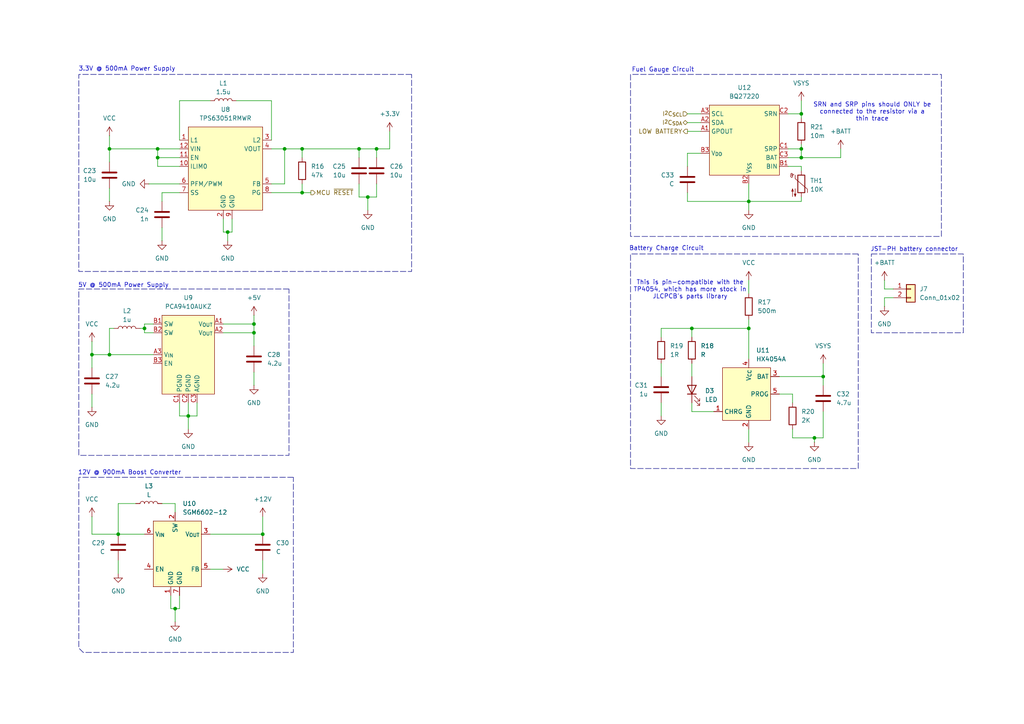
<source format=kicad_sch>
(kicad_sch (version 20250114) (generator "eeschema") (generator_version "9.0")
  (paper "A4")
  (title_block (title "Banshee Power Delivery System") (date "2026-02-26") (rev "1") (company "Ivan Leonard O Aparte <ivanleonard.aparte@cit.edu>") (comment 1 "STEM 12 - Altruism | S.Y. 2025-2026"))
  (lib_symbols
    (symbol "Banshee:HX4054A"
      (property "Reference" "U" (at 0 -12.954 0))
      (property "Value" "HX4054A" (at 0 -15.24 0))
      (symbol "HX4054A_1_1"
        (rectangle (start -7.62 7.62) (end 6.35 -7.62) (fill (type background)))
        (pin output line (at -10.16 -5.08 0) (length 2.54) (name "CHRG") (number "1"))
        (pin power_in line (at 0 10.16 270) (length 2.54) (name "V_{CC}") (number "4"))
        (pin power_out line (at 0 -10.16 90) (length 2.54) (name "GND") (number "2"))
        (pin power_out line (at 8.89 5.08 180) (length 2.54) (name "BAT") (number "3"))
        (pin input line (at 8.89 0 180) (length 2.54) (name "PROG") (number "5"))
      )
    )
    (symbol "Banshee:PCA9410AUKZ"
      (property "Reference" "U" (at 0 13.462 0))
      (property "Value" "PCA9410AUKZ" (at 0 11.43 0))
      (symbol "PCA9410AUKZ_1_1"
        (rectangle (start -7.62 10.16) (end 7.62 -12.7) (fill (type background)))
        (pin power_out line (at -10.16 7.62 0) (length 2.54) (name "SW") (number "B1"))
        (pin power_out line (at -10.16 5.08 0) (length 2.54) (name "SW") (number "B2"))
        (pin power_in line (at -10.16 -1.27 0) (length 2.54) (name "V_{IN}") (number "A3"))
        (pin input line (at -10.16 -3.81 0) (length 2.54) (name "EN") (number "B3"))
        (pin power_out line (at -2.54 -15.24 90) (length 2.54) (name "PGND") (number "C1"))
        (pin power_out line (at 0 -15.24 90) (length 2.54) (name "PGND") (number "C2"))
        (pin power_out line (at 2.54 -15.24 90) (length 2.54) (name "AGND") (number "C3"))
        (pin power_out line (at 10.16 7.62 180) (length 2.54) (name "V_{OUT}") (number "A1"))
        (pin power_out line (at 10.16 5.08 180) (length 2.54) (name "V_{OUT}") (number "A2"))
      )
    )
    (symbol "Banshee:SGM6602"
      (property "Reference" "U" (at 11.43 -10.16 0))
      (property "Value" "SGM6602-12" (at 11.43 -11.938 0))
      (symbol "SGM6602_1_1"
        (rectangle (start -6.35 8.89) (end 7.62 -10.16) (fill (type background)))
        (pin power_in line (at -8.89 5.08 0) (length 2.54) (name "V_{IN}") (number "6"))
        (pin input line (at -8.89 -5.08 0) (length 2.54) (name "EN") (number "4"))
        (pin power_out line (at -1.27 -12.7 90) (length 2.54) (name "GND") (number "1"))
        (pin power_out line (at 0 11.43 270) (length 2.54) (name "SW") (number "2"))
        (pin power_out line (at 1.27 -12.7 90) (length 2.54) (name "GND") (number "7"))
        (pin power_out line (at 10.16 5.08 180) (length 2.54) (name "V_{OUT}") (number "3"))
        (pin power_in line (at 10.16 -5.08 180) (length 2.54) (name "FB") (number "5"))
      )
    )
    (symbol "Banshee:TPS63051RMWR"
      (property "Reference" "U" (at 0 16.51 0))
      (property "Value" "TPS63051RMWR" (at 0 14.224 0))
      (symbol "TPS63051RMWR_1_1"
        (rectangle (start -11.43 12.7) (end 10.16 -11.43) (fill (type background)))
        (pin input line (at -13.97 8.89 0) (length 2.54) (name "L1") (number "1"))
        (pin power_in line (at -13.97 6.35 0) (length 2.54) (name "VIN") (number "12"))
        (pin input line (at -13.97 3.81 0) (length 2.54) (name "EN") (number "11"))
        (pin input line (at -13.97 1.27 0) (length 2.54) (name "ILIM0") (number "10"))
        (pin input line (at -13.97 -3.81 0) (length 2.54) (name "PFM/PWM") (number "6"))
        (pin input line (at -13.97 -6.35 0) (length 2.54) (name "SS") (number "7"))
        (pin power_out line (at -1.27 -13.97 90) (length 2.54) (name "GND") (number "2"))
        (pin power_out line (at 1.27 -13.97 90) (length 2.54) (name "GND") (number "9"))
        (pin input line (at 12.7 8.89 180) (length 2.54) (name "L2") (number "3"))
        (pin power_out line (at 12.7 6.35 180) (length 2.54) (name "VOUT") (number "4"))
        (pin input line (at 12.7 -3.81 180) (length 2.54) (name "FB") (number "5"))
        (pin open_collector line (at 12.7 -6.35 180) (length 2.54) (name "PG") (number "8"))
      )
    )
    (symbol "Banshee:bq27220"
      (property "Reference" "U" (at -7.62 -13.208 0))
      (property "Value" "BQ27220" (at -7.62 -15.24 0))
      (symbol "bq27220_1_1"
        (rectangle (start -11.43 8.89) (end 8.89 -11.43) (fill (type background)))
        (pin input line (at -13.97 6.35 0) (length 2.54) (name "SCL") (number "A3"))
        (pin bidirectional line (at -13.97 3.81 0) (length 2.54) (name "SDA") (number "A2"))
        (pin output line (at -13.97 1.27 0) (length 2.54) (name "GPOUT") (number "A1"))
        (pin power_in line (at -13.97 -5.08 0) (length 2.54) (name "V_{DD}") (number "B3"))
        (pin power_in line (at 0 -13.97 90) (length 2.54) (name "V_{SS}") (number "B2"))
        (pin input line (at 11.43 6.35 180) (length 2.54) (name "SRN") (number "C2"))
        (pin input line (at 11.43 -3.81 180) (length 2.54) (name "SRP") (number "C1"))
        (pin power_in line (at 11.43 -6.35 180) (length 2.54) (name "BAT") (number "C3"))
        (pin input line (at 11.43 -8.89 180) (length 2.54) (name "BIN") (number "B1"))
      )
    )
    (symbol "Connector_Generic:Conn_01x02" (pin_names (offset 1.016) (hide yes))
      (property "Reference" "J" (at 0 2.54 0))
      (property "Value" "Conn_01x02" (at 0 -5.08 0))
      (symbol "Conn_01x02_1_1"
        (rectangle (start -1.27 1.27) (end 1.27 -3.81) (stroke (width 0.254)) (fill (type background)))
        (rectangle (start -1.27 0.127) (end 0 -0.127) (stroke (width 0.1524)))
        (rectangle (start -1.27 -2.413) (end 0 -2.667) (stroke (width 0.1524)))
        (pin passive line (at -5.08 0 0) (length 3.81) (name "Pin_1") (number "1"))
        (pin passive line (at -5.08 -2.54 0) (length 3.81) (name "Pin_2") (number "2"))
      )
    )
    (symbol "Device:C" (pin_numbers (hide yes)) (pin_names (offset 0.254))
      (property "Reference" "C" (at 0.635 2.54 0))
      (property "Value" "C" (at 0.635 -2.54 0))
      (symbol "C_0_1"
        (polyline (pts (xy -2.032 0.762) (xy 2.032 0.762)) (stroke (width 0.508)))
        (polyline (pts (xy -2.032 -0.762) (xy 2.032 -0.762)) (stroke (width 0.508)))
      )
      (symbol "C_1_1"
        (pin passive line (at 0 3.81 270) (length 2.794) (name "~") (number "1"))
        (pin passive line (at 0 -3.81 90) (length 2.794) (name "~") (number "2"))
      )
    )
    (symbol "Device:L" (pin_numbers (hide yes)) (pin_names (offset 1.016) (hide yes))
      (property "Reference" "L" (at -1.27 0 90))
      (property "Value" "L" (at 1.905 0 90))
      (symbol "L_0_1"
        (arc (start 0 2.54) (mid 0.6323 1.905) (end 0 1.27))
        (arc (start 0 1.27) (mid 0.6323 0.635) (end 0 0))
        (arc (start 0 0) (mid 0.6323 -0.635) (end 0 -1.27))
        (arc (start 0 -1.27) (mid 0.6323 -1.905) (end 0 -2.54))
      )
      (symbol "L_1_1"
        (pin passive line (at 0 3.81 270) (length 1.27) (name "1") (number "1"))
        (pin passive line (at 0 -3.81 90) (length 1.27) (name "2") (number "2"))
      )
    )
    (symbol "Device:LED" (pin_numbers (hide yes)) (pin_names (offset 1.016) (hide yes))
      (property "Reference" "D" (at 0 2.54 0))
      (property "Value" "LED" (at 0 -2.54 0))
      (symbol "LED_0_1"
        (polyline (pts (xy -3.048 -0.762) (xy -4.572 -2.286) (xy -3.81 -2.286) (xy -4.572 -2.286) (xy -4.572 -1.524)))
        (polyline (pts (xy -1.778 -0.762) (xy -3.302 -2.286) (xy -2.54 -2.286) (xy -3.302 -2.286) (xy -3.302 -1.524)))
        (polyline (pts (xy -1.27 0) (xy 1.27 0)))
        (polyline (pts (xy -1.27 -1.27) (xy -1.27 1.27)) (stroke (width 0.254)))
        (polyline (pts (xy 1.27 -1.27) (xy 1.27 1.27) (xy -1.27 0) (xy 1.27 -1.27)) (stroke (width 0.254)))
      )
      (symbol "LED_1_1"
        (pin passive line (at -3.81 0 0) (length 2.54) (name "K") (number "1"))
        (pin passive line (at 3.81 0 180) (length 2.54) (name "A") (number "2"))
      )
    )
    (symbol "Device:R" (pin_numbers (hide yes)) (pin_names (offset 0))
      (property "Reference" "R" (at 2.032 0 90))
      (property "Value" "R" (at 0 0 90))
      (symbol "R_0_1"
        (rectangle (start -1.016 -2.54) (end 1.016 2.54) (stroke (width 0.254)))
      )
      (symbol "R_1_1"
        (pin passive line (at 0 3.81 270) (length 1.27) (name "~") (number "1"))
        (pin passive line (at 0 -3.81 90) (length 1.27) (name "~") (number "2"))
      )
    )
    (symbol "Device:Thermistor_NTC" (pin_numbers (hide yes)) (pin_names (offset 0))
      (property "Reference" "TH" (at -4.445 0 90))
      (property "Value" "Thermistor_NTC" (at 3.175 0 90))
      (symbol "Thermistor_NTC_0_1"
        (arc (start -3.175 2.413) (mid -3.0506 2.3165) (end -3.048 2.159))
        (arc (start -3.048 2.794) (mid -2.9736 2.9736) (end -2.794 3.048))
        (arc (start -2.794 3.048) (mid -2.6144 2.9736) (end -2.54 2.794))
        (arc (start -2.794 2.54) (mid -2.9736 2.6144) (end -3.048 2.794))
        (arc (start -2.794 1.905) (mid -2.9736 1.9794) (end -3.048 2.159))
        (arc (start -2.54 2.159) (mid -2.6144 1.9794) (end -2.794 1.905))
        (arc (start -2.159 2.794) (mid -2.434 2.5608) (end -2.794 2.54))
        (polyline (pts (xy -2.54 2.159) (xy -2.54 2.794)))
        (polyline (pts (xy -2.54 -3.683) (xy -2.54 -1.397) (xy -2.794 -2.159) (xy -2.286 -2.159) (xy -2.54 -1.397) (xy -2.54 -1.651)) (fill (type outline)))
        (polyline (pts (xy -1.778 2.54) (xy -1.778 1.524) (xy 1.778 -1.524) (xy 1.778 -2.54)))
        (polyline (pts (xy -1.778 -1.397) (xy -1.778 -3.683) (xy -2.032 -2.921) (xy -1.524 -2.921) (xy -1.778 -3.683) (xy -1.778 -3.429)) (fill (type outline)))
        (rectangle (start -1.016 2.54) (end 1.016 -2.54) (stroke (width 0.254)))
      )
      (symbol "Thermistor_NTC_1_1"
        (pin passive line (at 0 3.81 270) (length 1.27) (name "~") (number "1"))
        (pin passive line (at 0 -3.81 90) (length 1.27) (name "~") (number "2"))
      )
    )
    (symbol "power:+12V" (power) (pin_numbers (hide yes)) (pin_names (offset 0) (hide yes))
      (property "Value" "+12V" (at 0 3.556 0))
      (symbol "+12V_0_1"
        (polyline (pts (xy -0.762 1.27) (xy 0 2.54)))
        (polyline (pts (xy 0 2.54) (xy 0.762 1.27)))
        (polyline (pts (xy 0 0) (xy 0 2.54)))
      )
      (symbol "+12V_1_1"
        (pin power_in line (at 0 0 90) (length 0) (name "~") (number "1"))
      )
    )
    (symbol "power:+3.3V" (power) (pin_numbers (hide yes)) (pin_names (offset 0) (hide yes))
      (property "Value" "+3.3V" (at 0 3.556 0))
      (symbol "+3.3V_0_1"
        (polyline (pts (xy -0.762 1.27) (xy 0 2.54)))
        (polyline (pts (xy 0 2.54) (xy 0.762 1.27)))
        (polyline (pts (xy 0 0) (xy 0 2.54)))
      )
      (symbol "+3.3V_1_1"
        (pin power_in line (at 0 0 90) (length 0) (name "~") (number "1"))
      )
    )
    (symbol "power:+5V" (power) (pin_numbers (hide yes)) (pin_names (offset 0) (hide yes))
      (property "Value" "+5V" (at 0 3.556 0))
      (symbol "+5V_0_1"
        (polyline (pts (xy -0.762 1.27) (xy 0 2.54)))
        (polyline (pts (xy 0 2.54) (xy 0.762 1.27)))
        (polyline (pts (xy 0 0) (xy 0 2.54)))
      )
      (symbol "+5V_1_1"
        (pin power_in line (at 0 0 90) (length 0) (name "~") (number "1"))
      )
    )
    (symbol "power:+BATT" (power) (pin_numbers (hide yes)) (pin_names (offset 0) (hide yes))
      (property "Value" "+BATT" (at 0 3.556 0))
      (symbol "+BATT_0_1"
        (polyline (pts (xy -0.762 1.27) (xy 0 2.54)))
        (polyline (pts (xy 0 2.54) (xy 0.762 1.27)))
        (polyline (pts (xy 0 0) (xy 0 2.54)))
      )
      (symbol "+BATT_1_1"
        (pin power_in line (at 0 0 90) (length 0) (name "~") (number "1"))
      )
    )
    (symbol "power:GND" (power) (pin_numbers (hide yes)) (pin_names (offset 0) (hide yes))
      (property "Value" "GND" (at 0 -3.81 0))
      (symbol "GND_0_1"
        (polyline (pts (xy 0 0) (xy 0 -1.27) (xy 1.27 -1.27) (xy 0 -2.54) (xy -1.27 -1.27) (xy 0 -1.27)))
      )
      (symbol "GND_1_1"
        (pin power_in line (at 0 0 270) (length 0) (name "~") (number "1"))
      )
    )
    (symbol "power:VCC" (power) (pin_numbers (hide yes)) (pin_names (offset 0) (hide yes))
      (property "Value" "VCC" (at 0 3.556 0))
      (symbol "VCC_0_1"
        (polyline (pts (xy -0.762 1.27) (xy 0 2.54)))
        (polyline (pts (xy 0 2.54) (xy 0.762 1.27)))
        (polyline (pts (xy 0 0) (xy 0 2.54)))
      )
      (symbol "VCC_1_1"
        (pin power_in line (at 0 0 90) (length 0) (name "~") (number "1"))
      )
    )
  )
  (text "SRN and SRP pins should ONLY be\nconnected to the resistor via a\nthin trace" (at 252.984 32.512 0) (effects (font (size 1.27 1.27))))
  (text "12V @ 900mA Boost Converter" (at 37.592 137.16 0) (effects (font (size 1.27 1.27))))
  (text "Fuel Gauge Circuit" (at 192.278 20.32 0) (effects (font (size 1.27 1.27))))
  (text "5V @ 500mA Power Supply" (at 35.814 82.804 0) (effects (font (size 1.27 1.27))))
  (text "Battery Charge Circuit" (at 193.294 72.136 0) (effects (font (size 1.27 1.27))))
  (text "3.3V @ 500mA Power Supply" (at 36.83 20.066 0) (effects (font (size 1.27 1.27))))
  (text "This is pin-compatible with the\nTP4054, which has more stock in\nJLCPCB's parts library" (at 200.152 84.074 0) (effects (font (size 1.27 1.27))))
  (text "JST-PH battery connector" (at 265.176 72.39 0) (effects (font (size 1.27 1.27))))
  (junction (at 54.61 120.65))
  (junction (at 73.66 93.98))
  (junction (at 238.76 109.22))
  (junction (at 109.22 43.18))
  (junction (at 82.55 43.18))
  (junction (at 217.17 58.42))
  (junction (at 232.41 33.02))
  (junction (at 106.68 57.15))
  (junction (at 104.14 43.18))
  (junction (at 66.04 67.31))
  (junction (at 236.22 127))
  (junction (at 87.63 43.18))
  (junction (at 34.29 154.94))
  (junction (at 50.8 176.53))
  (junction (at 26.67 102.87))
  (junction (at 87.63 55.88))
  (junction (at 31.75 43.18))
  (junction (at 232.41 45.72))
  (junction (at 217.17 95.25))
  (junction (at 31.75 102.87))
  (junction (at 76.2 154.94))
  (junction (at 45.72 45.72))
  (junction (at 232.41 43.18))
  (junction (at 41.91 95.25))
  (junction (at 200.66 95.25))
  (junction (at 45.72 43.18))
  (junction (at 73.66 96.52))
  (wire (pts (xy 82.55 43.18) (xy 87.63 43.18)))
  (wire (pts (xy 82.55 53.34) (xy 82.55 43.18)))
  (wire (pts (xy 228.6 43.18) (xy 232.41 43.18)))
  (wire (pts (xy 52.07 45.72) (xy 45.72 45.72)))
  (wire (pts (xy 238.76 127) (xy 236.22 127)))
  (wire (pts (xy 203.2 44.45) (xy 199.39 44.45)))
  (wire (pts (xy 52.07 55.88) (xy 46.99 55.88)))
  (wire (pts (xy 229.87 127) (xy 236.22 127)))
  (wire (pts (xy 199.39 44.45) (xy 199.39 48.26)))
  (wire (pts (xy 256.54 83.82) (xy 259.08 83.82)))
  (wire (pts (xy 34.29 162.56) (xy 34.29 166.37)))
  (wire (pts (xy 200.66 105.41) (xy 200.66 109.22)))
  (wire (pts (xy 26.67 154.94) (xy 34.29 154.94)))
  (wire (pts (xy 34.29 146.05) (xy 34.29 154.94)))
  (wire (pts (xy 226.06 114.3) (xy 229.87 114.3)))
  (wire (pts (xy 68.58 29.21) (xy 78.74 29.21)))
  (wire (pts (xy 41.91 95.25) (xy 41.91 96.52)))
  (wire (pts (xy 46.99 66.04) (xy 46.99 69.85)))
  (wire (pts (xy 256.54 81.28) (xy 256.54 83.82)))
  (wire (pts (xy 64.77 93.98) (xy 73.66 93.98)))
  (wire (pts (xy 232.41 41.91) (xy 232.41 43.18)))
  (wire (pts (xy 191.77 105.41) (xy 191.77 109.22)))
  (wire (pts (xy 200.66 116.84) (xy 200.66 119.38)))
  (wire (pts (xy 106.68 60.96) (xy 106.68 57.15)))
  (wire (pts (xy 232.41 43.18) (xy 232.41 45.72)))
  (wire (pts (xy 229.87 124.46) (xy 229.87 127)))
  (wire (pts (xy 73.66 96.52) (xy 73.66 100.33)))
  (wire (pts (xy 64.77 67.31) (xy 66.04 67.31)))
  (wire (pts (xy 73.66 93.98) (xy 73.66 96.52)))
  (wire (pts (xy 200.66 95.25) (xy 200.66 97.79)))
  (wire (pts (xy 109.22 43.18) (xy 109.22 45.72)))
  (wire (pts (xy 46.99 55.88) (xy 46.99 58.42)))
  (wire (pts (xy 76.2 162.56) (xy 76.2 166.37)))
  (wire (pts (xy 49.53 176.53) (xy 50.8 176.53)))
  (wire (pts (xy 66.04 67.31) (xy 67.31 67.31)))
  (wire (pts (xy 43.18 53.34) (xy 52.07 53.34)))
  (wire (pts (xy 191.77 95.25) (xy 200.66 95.25)))
  (wire (pts (xy 104.14 45.72) (xy 104.14 43.18)))
  (wire (pts (xy 232.41 57.15) (xy 232.41 58.42)))
  (wire (pts (xy 52.07 116.84) (xy 52.07 120.65)))
  (wire (pts (xy 232.41 29.21) (xy 232.41 33.02)))
  (wire (pts (xy 78.74 43.18) (xy 82.55 43.18)))
  (wire (pts (xy 78.74 29.21) (xy 78.74 40.64)))
  (wire (pts (xy 31.75 39.37) (xy 31.75 43.18)))
  (wire (pts (xy 26.67 99.06) (xy 26.67 102.87)))
  (wire (pts (xy 45.72 43.18) (xy 52.07 43.18)))
  (wire (pts (xy 26.67 149.86) (xy 26.67 154.94)))
  (wire (pts (xy 45.72 45.72) (xy 45.72 43.18)))
  (wire (pts (xy 199.39 58.42) (xy 217.17 58.42)))
  (wire (pts (xy 67.31 67.31) (xy 67.31 63.5)))
  (wire (pts (xy 73.66 91.44) (xy 73.66 93.98)))
  (wire (pts (xy 217.17 58.42) (xy 217.17 60.96)))
  (wire (pts (xy 199.39 55.88) (xy 199.39 58.42)))
  (wire (pts (xy 26.67 102.87) (xy 31.75 102.87)))
  (wire (pts (xy 52.07 176.53) (xy 52.07 172.72)))
  (wire (pts (xy 87.63 43.18) (xy 104.14 43.18)))
  (wire (pts (xy 191.77 116.84) (xy 191.77 120.65)))
  (wire (pts (xy 33.02 95.25) (xy 31.75 95.25)))
  (wire (pts (xy 76.2 154.94) (xy 76.2 149.86)))
  (wire (pts (xy 232.41 33.02) (xy 232.41 34.29)))
  (wire (pts (xy 73.66 107.95) (xy 73.66 111.76)))
  (wire (pts (xy 217.17 92.71) (xy 217.17 95.25)))
  (wire (pts (xy 52.07 120.65) (xy 54.61 120.65)))
  (wire (pts (xy 200.66 119.38) (xy 207.01 119.38)))
  (wire (pts (xy 191.77 97.79) (xy 191.77 95.25)))
  (wire (pts (xy 238.76 105.41) (xy 238.76 109.22)))
  (wire (pts (xy 50.8 146.05) (xy 46.99 146.05)))
  (wire (pts (xy 109.22 43.18) (xy 113.03 43.18)))
  (wire (pts (xy 26.67 114.3) (xy 26.67 118.11)))
  (wire (pts (xy 87.63 43.18) (xy 87.63 45.72)))
  (wire (pts (xy 232.41 45.72) (xy 228.6 45.72)))
  (wire (pts (xy 64.77 63.5) (xy 64.77 67.31)))
  (wire (pts (xy 238.76 119.38) (xy 238.76 127)))
  (wire (pts (xy 87.63 53.34) (xy 87.63 55.88)))
  (wire (pts (xy 54.61 120.65) (xy 57.15 120.65)))
  (wire (pts (xy 40.64 95.25) (xy 41.91 95.25)))
  (wire (pts (xy 73.66 96.52) (xy 64.77 96.52)))
  (wire (pts (xy 232.41 45.72) (xy 243.84 45.72)))
  (wire (pts (xy 87.63 55.88) (xy 90.17 55.88)))
  (wire (pts (xy 39.37 146.05) (xy 34.29 146.05)))
  (wire (pts (xy 66.04 69.85) (xy 66.04 67.31)))
  (wire (pts (xy 232.41 48.26) (xy 232.41 49.53)))
  (wire (pts (xy 217.17 124.46) (xy 217.17 128.27)))
  (wire (pts (xy 259.08 86.36) (xy 256.54 86.36)))
  (wire (pts (xy 104.14 57.15) (xy 106.68 57.15)))
  (wire (pts (xy 45.72 48.26) (xy 45.72 45.72)))
  (wire (pts (xy 200.66 95.25) (xy 217.17 95.25)))
  (wire (pts (xy 228.6 48.26) (xy 232.41 48.26)))
  (wire (pts (xy 199.39 38.1) (xy 203.2 38.1)))
  (wire (pts (xy 52.07 40.64) (xy 52.07 29.21)))
  (wire (pts (xy 49.53 172.72) (xy 49.53 176.53)))
  (wire (pts (xy 44.45 93.98) (xy 41.91 93.98)))
  (wire (pts (xy 217.17 81.28) (xy 217.17 85.09)))
  (wire (pts (xy 52.07 29.21) (xy 60.96 29.21)))
  (wire (pts (xy 217.17 95.25) (xy 217.17 104.14)))
  (wire (pts (xy 104.14 53.34) (xy 104.14 57.15)))
  (wire (pts (xy 54.61 116.84) (xy 54.61 120.65)))
  (wire (pts (xy 113.03 43.18) (xy 113.03 38.1)))
  (wire (pts (xy 31.75 95.25) (xy 31.75 102.87)))
  (wire (pts (xy 78.74 55.88) (xy 87.63 55.88)))
  (wire (pts (xy 31.75 54.61) (xy 31.75 58.42)))
  (wire (pts (xy 31.75 102.87) (xy 44.45 102.87)))
  (wire (pts (xy 50.8 176.53) (xy 52.07 176.53)))
  (wire (pts (xy 54.61 124.46) (xy 54.61 120.65)))
  (wire (pts (xy 104.14 43.18) (xy 109.22 43.18)))
  (wire (pts (xy 109.22 57.15) (xy 109.22 53.34)))
  (wire (pts (xy 217.17 58.42) (xy 232.41 58.42)))
  (wire (pts (xy 34.29 154.94) (xy 41.91 154.94)))
  (wire (pts (xy 229.87 114.3) (xy 229.87 116.84)))
  (wire (pts (xy 57.15 120.65) (xy 57.15 116.84)))
  (wire (pts (xy 199.39 35.56) (xy 203.2 35.56)))
  (wire (pts (xy 199.39 33.02) (xy 203.2 33.02)))
  (wire (pts (xy 41.91 93.98) (xy 41.91 95.25)))
  (wire (pts (xy 106.68 57.15) (xy 109.22 57.15)))
  (wire (pts (xy 52.07 48.26) (xy 45.72 48.26)))
  (wire (pts (xy 50.8 180.34) (xy 50.8 176.53)))
  (wire (pts (xy 26.67 102.87) (xy 26.67 106.68)))
  (wire (pts (xy 217.17 53.34) (xy 217.17 58.42)))
  (wire (pts (xy 31.75 46.99) (xy 31.75 43.18)))
  (wire (pts (xy 238.76 109.22) (xy 238.76 111.76)))
  (wire (pts (xy 31.75 43.18) (xy 45.72 43.18)))
  (wire (pts (xy 226.06 109.22) (xy 238.76 109.22)))
  (wire (pts (xy 78.74 53.34) (xy 82.55 53.34)))
  (wire (pts (xy 243.84 45.72) (xy 243.84 43.18)))
  (wire (pts (xy 236.22 127) (xy 236.22 128.27)))
  (wire (pts (xy 60.96 165.1) (xy 64.77 165.1)))
  (wire (pts (xy 60.96 154.94) (xy 76.2 154.94)))
  (wire (pts (xy 256.54 86.36) (xy 256.54 88.9)))
  (wire (pts (xy 228.6 33.02) (xy 232.41 33.02)))
  (wire (pts (xy 41.91 96.52) (xy 44.45 96.52)))
  (wire (pts (xy 50.8 148.59) (xy 50.8 146.05)))
  (hierarchical_label "I^{2}C_{SDA}" (shape bidirectional) (at 199.39 35.56 180))
  (hierarchical_label "LOW BATTERY" (shape output) (at 199.39 38.1 180))
  (hierarchical_label "MCU ~{RESET}" (shape output) (at 90.17 55.88 0))
  (hierarchical_label "I^{2}C_{SCL}" (shape input) (at 199.39 33.02 180))
  (rule_area (polyline (pts (xy 273.05 68.58) (xy 273.05 21.59) (xy 182.88 21.59) (xy 182.88 68.58)) (stroke (width 0) (type dash) (color 0 0 132 1))))
  (rule_area (polyline (pts (xy 252.73 73.66) (xy 279.4 73.66) (xy 279.4 96.52) (xy 252.73 96.52)) (stroke (width 0) (type dash) (color 0 0 132 1))))
  (rule_area (polyline (pts (xy 119.38 21.59) (xy 22.86 21.59) (xy 22.86 78.74) (xy 119.38 78.74)) (stroke (width 0) (type dash) (color 0 0 132 1))))
  (rule_area (polyline (pts (xy 83.82 83.82) (xy 22.86 83.82) (xy 22.86 132.08) (xy 83.82 132.08)) (stroke (width 0) (type dash) (color 0 0 132 1))))
  (rule_area (polyline (pts (xy 248.92 73.66) (xy 182.88 73.66) (xy 182.88 135.89) (xy 248.92 135.89)) (stroke (width 0) (type dash) (color 0 0 132 1))))
  (rule_area (polyline (pts (xy 85.09 138.43) (xy 22.86 138.43) (xy 22.86 187.96) (xy 24.13 189.23) (xy 85.09 189.23)) (stroke (width 0) (type dash) (color 0 0 132 1))))
  (symbol (lib_id "Device:C") (at 31.75 50.8 0) (mirror y) (unit 1)
    (property "Reference" "C23" (at 27.94 49.5299 0) (effects (justify left)))
    (property "Value" "10u" (at 27.94 52.0699 0) (effects (justify left)))
    (property "Description" "Unpolarized capacitor" (effects (hide yes)))
  )
  (symbol (lib_id "Device:C") (at 191.77 113.03 0) (mirror y) (unit 1)
    (property "Reference" "C31" (at 187.96 111.7599 0) (effects (justify left)))
    (property "Value" "1u" (at 187.96 114.2999 0) (effects (justify left)))
    (property "Description" "Unpolarized capacitor" (effects (hide yes)))
  )
  (symbol (lib_id "power:VCC") (at 26.67 99.06 0) (unit 1)
    (property "Reference" "#PWR055" (effects (hide yes)))
    (property "Value" "VCC" (at 26.67 93.98 0))
    (property "Description" "Power symbol creates a global label with name \"VCC\"" (effects (hide yes)))
  )
  (symbol (lib_id "power:VCC") (at 26.67 149.86 0) (unit 1)
    (property "Reference" "#PWR059" (effects (hide yes)))
    (property "Value" "VCC" (at 26.67 144.78 0))
    (property "Description" "Power symbol creates a global label with name \"VCC\"" (effects (hide yes)))
  )
  (symbol (lib_id "Device:C") (at 104.14 49.53 0) (mirror y) (unit 1)
    (property "Reference" "C25" (at 100.33 48.2599 0) (effects (justify left)))
    (property "Value" "10u" (at 100.33 50.7999 0) (effects (justify left)))
    (property "Description" "Unpolarized capacitor" (effects (hide yes)))
  )
  (symbol (lib_id "Device:Thermistor_NTC") (at 232.41 53.34 0) (unit 1)
    (property "Reference" "TH1" (at 234.95 52.3874 0) (effects (justify left)))
    (property "Value" "10K" (at 234.95 54.9274 0) (effects (justify left)))
    (property "Description" "Temperature dependent resistor, negative temperature coefficient" (effects (hide yes)))
  )
  (symbol (lib_id "Device:L") (at 64.77 29.21 90) (unit 1)
    (property "Reference" "L1" (at 64.77 24.13 90))
    (property "Value" "1.5u" (at 64.77 26.67 90))
    (property "Description" "Inductor" (effects (hide yes)))
  )
  (symbol (lib_id "Connector_Generic:Conn_01x02") (at 264.16 83.82 0) (unit 1)
    (property "Reference" "J7" (at 266.7 83.8199 0) (effects (justify left)))
    (property "Value" "Conn_01x02" (at 266.7 86.3599 0) (effects (justify left)))
    (property "Footprint" "Connector_JST:JST_PH_S2B-PH-K_1x02_P2.00mm_Horizontal" (effects (hide yes)))
    (property "Description" "Generic connector, single row, 01x02, script generated (kicad-library-utils/schlib/autogen/connector/)" (effects (hide yes)))
  )
  (symbol (lib_id "power:VCC") (at 217.17 81.28 0) (unit 1)
    (property "Reference" "#PWR065" (effects (hide yes)))
    (property "Value" "VCC" (at 217.17 76.2 0))
    (property "Description" "Power symbol creates a global label with name \"VCC\"" (effects (hide yes)))
  )
  (symbol (lib_id "Banshee:SGM6602") (at 50.8 160.02 0) (unit 1)
    (property "Reference" "U10" (at 52.9433 146.05 0) (effects (justify left)))
    (property "Value" "SGM6602-12" (at 52.9433 148.59 0) (effects (justify left)))
    (property "Footprint" "Package_DFN_QFN:DFN-6-1EP_2x2mm_P0.65mm_EP1x1.6mm" (effects (hide yes)))
    (property "Datasheet" "https://jlcpcb.com/api/file/downloadByFileSystemAccessId/8552192100549877760" (effects (hide yes)))
    (property "Description" "1.8V-5.5V to 4.5V-20V Output Voltage Boost Converter" (effects (hide yes)))
    (property "JLCPCB Part#" "C699551" (effects (hide yes)))
  )
  (symbol (lib_id "power:GND") (at 236.22 128.27 0) (unit 1)
    (property "Reference" "#PWR068" (effects (hide yes)))
    (property "Value" "GND" (at 236.22 133.35 0))
    (property "Description" "Power symbol creates a global label with name \"GND\" , ground" (effects (hide yes)))
  )
  (symbol (lib_id "Banshee:TPS63051RMWR") (at 66.04 49.53 0) (unit 1)
    (property "Reference" "U8" (at 65.405 31.75 0))
    (property "Value" "TPS63051RMWR" (at 65.405 34.29 0))
    (property "Footprint" "Banshee:QFN50P250X250X100-12N" (effects (hide yes)))
    (property "Datasheet" "https://www.ti.com/lit/ds/symlink/tps63050.pdf?HQS=dis-dk-null-digikeymode-dsf-pf-null-wwe&ts=1771851153145" (effects (hide yes)))
    (property "Description" "Single Inductor Buck-Boost With 1-A Switches and Adjustable Soft Start" (effects (hide yes)))
    (property "JLCPCB Part#" "C139412" (effects (hide yes)))
  )
  (symbol (lib_id "power:GND") (at 31.75 58.42 0) (unit 1)
    (property "Reference" "#PWR050" (effects (hide yes)))
    (property "Value" "GND" (at 31.75 63.5 0))
    (property "Description" "Power symbol creates a global label with name \"GND\" , ground" (effects (hide yes)))
  )
  (symbol (lib_id "Device:R") (at 87.63 49.53 0) (unit 1)
    (property "Reference" "R16" (at 90.17 48.2599 0) (effects (justify left)))
    (property "Value" "47k" (at 90.17 50.7999 0) (effects (justify left)))
    (property "Description" "Resistor" (effects (hide yes)))
  )
  (symbol (lib_id "power:GND") (at 76.2 166.37 0) (unit 1)
    (property "Reference" "#PWR064" (effects (hide yes)))
    (property "Value" "GND" (at 76.2 171.45 0))
    (property "Description" "Power symbol creates a global label with name \"GND\" , ground" (effects (hide yes)))
  )
  (symbol (lib_id "Device:C") (at 46.99 62.23 0) (mirror y) (unit 1)
    (property "Reference" "C24" (at 43.18 60.9599 0) (effects (justify left)))
    (property "Value" "1n" (at 43.18 63.4999 0) (effects (justify left)))
    (property "Description" "Unpolarized capacitor" (effects (hide yes)))
  )
  (symbol (lib_id "Device:C") (at 109.22 49.53 0) (unit 1)
    (property "Reference" "C26" (at 113.03 48.2599 0) (effects (justify left)))
    (property "Value" "10u" (at 113.03 50.7999 0) (effects (justify left)))
    (property "Description" "Unpolarized capacitor" (effects (hide yes)))
  )
  (symbol (lib_id "power:GND") (at 54.61 124.46 0) (unit 1)
    (property "Reference" "#PWR058" (effects (hide yes)))
    (property "Value" "GND" (at 54.61 129.54 0))
    (property "Description" "Power symbol creates a global label with name \"GND\" , ground" (effects (hide yes)))
  )
  (symbol (lib_id "Device:C") (at 238.76 115.57 0) (unit 1)
    (property "Reference" "C32" (at 242.57 114.2999 0) (effects (justify left)))
    (property "Value" "4.7u" (at 242.57 116.8399 0) (effects (justify left)))
    (property "Description" "Unpolarized capacitor" (effects (hide yes)))
  )
  (symbol (lib_id "power:+BATT") (at 243.84 43.18 0) (unit 1)
    (property "Reference" "#PWR074" (effects (hide yes)))
    (property "Value" "+BATT" (at 243.84 38.1 0))
    (property "Description" "Power symbol creates a global label with name \"+BATT\"" (effects (hide yes)))
  )
  (symbol (lib_id "Device:L") (at 36.83 95.25 90) (unit 1)
    (property "Reference" "L2" (at 36.83 90.17 90))
    (property "Value" "1u" (at 36.83 92.71 90))
    (property "Description" "Inductor" (effects (hide yes)))
  )
  (symbol (lib_id "power:+BATT") (at 256.54 81.28 0) (unit 1)
    (property "Reference" "#PWR014" (effects (hide yes)))
    (property "Value" "+BATT" (at 256.54 76.2 0))
    (property "Description" "Power symbol creates a global label with name \"+BATT\"" (effects (hide yes)))
  )
  (symbol (lib_id "power:+BATT") (at 238.76 105.41 0) (unit 1)
    (property "Reference" "#PWR066" (effects (hide yes)))
    (property "Value" "VSYS" (at 238.76 100.33 0))
    (property "Description" "Power symbol creates a global label with name \"+BATT\"" (effects (hide yes)))
  )
  (symbol (lib_id "power:GND") (at 106.68 60.96 0) (unit 1)
    (property "Reference" "#PWR049" (effects (hide yes)))
    (property "Value" "GND" (at 106.68 66.04 0))
    (property "Description" "Power symbol creates a global label with name \"GND\" , ground" (effects (hide yes)))
  )
  (symbol (lib_id "power:GND") (at 73.66 111.76 0) (unit 1)
    (property "Reference" "#PWR054" (effects (hide yes)))
    (property "Value" "GND" (at 73.66 116.84 0))
    (property "Description" "Power symbol creates a global label with name \"GND\" , ground" (effects (hide yes)))
  )
  (symbol (lib_id "power:GND") (at 34.29 166.37 0) (unit 1)
    (property "Reference" "#PWR063" (effects (hide yes)))
    (property "Value" "GND" (at 34.29 171.45 0))
    (property "Description" "Power symbol creates a global label with name \"GND\" , ground" (effects (hide yes)))
  )
  (symbol (lib_id "Device:C") (at 73.66 104.14 180) (unit 1)
    (property "Reference" "C28" (at 77.47 102.8699 0) (effects (justify right)))
    (property "Value" "4.2u" (at 77.47 105.4099 0) (effects (justify right)))
    (property "Description" "Unpolarized capacitor" (effects (hide yes)))
  )
  (symbol (lib_id "Device:C") (at 34.29 158.75 0) (mirror y) (unit 1)
    (property "Reference" "C29" (at 30.48 157.4799 0) (effects (justify left)))
    (property "Value" "C" (at 30.48 160.0199 0) (effects (justify left)))
    (property "Description" "Unpolarized capacitor" (effects (hide yes)))
  )
  (symbol (lib_id "power:+BATT") (at 232.41 29.21 0) (unit 1)
    (property "Reference" "#PWR072" (effects (hide yes)))
    (property "Value" "VSYS" (at 232.41 24.13 0))
    (property "Description" "Power symbol creates a global label with name \"+BATT\"" (effects (hide yes)))
  )
  (symbol (lib_id "Banshee:HX4054A") (at 217.17 114.3 0) (unit 1)
    (property "Reference" "U11" (at 219.3133 101.6 0) (effects (justify left)))
    (property "Value" "HX4054A" (at 219.3133 104.14 0) (effects (justify left)))
    (property "Footprint" "Package_TO_SOT_SMD:SOT-23-5_HandSoldering" (effects (hide yes)))
    (property "Datasheet" "https://jlcpcb.com/api/file/downloadByFileSystemAccessId/8588884384280170496" (effects (hide yes)))
    (property "Description" "Single-cell lithium-ion battery constant-current/constant- voltage linear charger" (effects (hide yes)))
    (property "JLCPCB Part#" "C296277" (effects (hide yes)))
  )
  (symbol (lib_id "power:VCC") (at 64.77 165.1 270) (unit 1)
    (property "Reference" "#PWR060" (effects (hide yes)))
    (property "Value" "VCC" (at 68.58 165.0999 90) (effects (justify left)))
    (property "Description" "Power symbol creates a global label with name \"VCC\"" (effects (hide yes)))
  )
  (symbol (lib_id "power:GND") (at 43.18 53.34 270) (unit 1)
    (property "Reference" "#PWR047" (effects (hide yes)))
    (property "Value" "GND" (at 39.37 53.3399 90) (effects (justify right)))
    (property "Description" "Power symbol creates a global label with name \"GND\" , ground" (effects (hide yes)))
  )
  (symbol (lib_id "Device:R") (at 232.41 38.1 0) (unit 1)
    (property "Reference" "R21" (at 234.95 36.8299 0) (effects (justify left)))
    (property "Value" "10m" (at 234.95 39.3699 0) (effects (justify left)))
    (property "Description" "Resistor" (effects (hide yes)))
  )
  (symbol (lib_id "Banshee:PCA9410AUKZ") (at 54.61 101.6 0) (unit 1)
    (property "Reference" "U9" (at 54.61 86.36 0))
    (property "Value" "PCA9410AUKZ" (at 54.61 88.9 0))
    (property "Footprint" "Banshee:WLCSP9_1P24X1P24_NXP" (effects (hide yes)))
    (property "Datasheet" "https://www.nxp.com.cn/docs/en/data-sheet/PCA9410.pdf" (effects (hide yes)))
    (property "Description" "3.0 MHz, 500 mA, DC-to-DC boost converter" (effects (hide yes)))
    (property "JLCPCB Part#" "C2071099" (effects (hide yes)))
  )
  (symbol (lib_id "power:GND") (at 50.8 180.34 0) (unit 1)
    (property "Reference" "#PWR062" (effects (hide yes)))
    (property "Value" "GND" (at 50.8 185.42 0))
    (property "Description" "Power symbol creates a global label with name \"GND\" , ground" (effects (hide yes)))
  )
  (symbol (lib_id "Device:C") (at 76.2 158.75 0) (unit 1)
    (property "Reference" "C30" (at 80.01 157.4799 0) (effects (justify left)))
    (property "Value" "C" (at 80.01 160.0199 0) (effects (justify left)))
    (property "Description" "Unpolarized capacitor" (effects (hide yes)))
  )
  (symbol (lib_id "power:GND") (at 217.17 128.27 0) (unit 1)
    (property "Reference" "#PWR067" (effects (hide yes)))
    (property "Value" "GND" (at 217.17 133.35 0))
    (property "Description" "Power symbol creates a global label with name \"GND\" , ground" (effects (hide yes)))
  )
  (symbol (lib_id "power:VCC") (at 31.75 39.37 0) (unit 1)
    (property "Reference" "#PWR052" (effects (hide yes)))
    (property "Value" "VCC" (at 31.75 34.29 0))
    (property "Description" "Power symbol creates a global label with name \"VCC\"" (effects (hide yes)))
  )
  (symbol (lib_id "power:GND") (at 46.99 69.85 0) (unit 1)
    (property "Reference" "#PWR051" (effects (hide yes)))
    (property "Value" "GND" (at 46.99 74.93 0))
    (property "Description" "Power symbol creates a global label with name \"GND\" , ground" (effects (hide yes)))
  )
  (symbol (lib_id "Device:LED") (at 200.66 113.03 90) (unit 1)
    (property "Reference" "D3" (at 204.47 113.3474 90) (effects (justify right)))
    (property "Value" "LED" (at 204.47 115.8874 90) (effects (justify right)))
    (property "Description" "Light emitting diode" (effects (hide yes)))
    (property "Sim.Pins" "1=K 2=A" (effects (hide yes)))
  )
  (symbol (lib_id "Device:L") (at 43.18 146.05 90) (unit 1)
    (property "Reference" "L3" (at 43.18 140.97 90))
    (property "Value" "L" (at 43.18 143.51 90))
    (property "Description" "Inductor" (effects (hide yes)))
  )
  (symbol (lib_id "power:+12V") (at 76.2 149.86 0) (unit 1)
    (property "Reference" "#PWR061" (effects (hide yes)))
    (property "Value" "+12V" (at 76.2 144.78 0))
    (property "Description" "Power symbol creates a global label with name \"+12V\"" (effects (hide yes)))
  )
  (symbol (lib_id "power:GND") (at 191.77 120.65 0) (unit 1)
    (property "Reference" "#PWR069" (effects (hide yes)))
    (property "Value" "GND" (at 191.77 125.73 0))
    (property "Description" "Power symbol creates a global label with name \"GND\" , ground" (effects (hide yes)))
  )
  (symbol (lib_id "Device:R") (at 217.17 88.9 0) (unit 1)
    (property "Reference" "R17" (at 219.71 87.6299 0) (effects (justify left)))
    (property "Value" "500m" (at 219.71 90.1699 0) (effects (justify left)))
    (property "Description" "Resistor" (effects (hide yes)))
  )
  (symbol (lib_id "power:GND") (at 66.04 69.85 0) (unit 1)
    (property "Reference" "#PWR048" (effects (hide yes)))
    (property "Value" "GND" (at 66.04 74.93 0))
    (property "Description" "Power symbol creates a global label with name \"GND\" , ground" (effects (hide yes)))
  )
  (symbol (lib_id "Banshee:bq27220") (at 217.17 39.37 0) (unit 1)
    (property "Reference" "U12" (at 215.9 25.4 0))
    (property "Value" "BQ27220" (at 215.9 27.94 0))
    (property "Footprint" "Banshee:YZF9_TEX" (effects (hide yes)))
    (property "Datasheet" "https://www.ti.com/lit/ds/symlink/bq27220.pdf" (effects (hide yes)))
    (property "Description" "Single-Cell CEDV Fuel Gauge" (effects (hide yes)))
  )
  (symbol (lib_id "Device:C") (at 199.39 52.07 0) (unit 1)
    (property "Reference" "C33" (at 195.58 50.7999 0) (effects (justify right)))
    (property "Value" "C" (at 195.58 53.3399 0) (effects (justify right)))
    (property "Description" "Unpolarized capacitor" (effects (hide yes)))
  )
  (symbol (lib_id "Device:R") (at 200.66 101.6 0) (unit 1)
    (property "Reference" "R18" (at 203.2 100.3299 0) (effects (justify left)))
    (property "Value" "R" (at 203.2 102.8699 0) (effects (justify left)))
    (property "Description" "Resistor" (effects (hide yes)))
  )
  (symbol (lib_id "power:+5V") (at 73.66 91.44 0) (unit 1)
    (property "Reference" "#PWR056" (effects (hide yes)))
    (property "Value" "+5V" (at 73.66 86.36 0))
    (property "Description" "Power symbol creates a global label with name \"+5V\"" (effects (hide yes)))
  )
  (symbol (lib_id "power:GND") (at 217.17 60.96 0) (unit 1)
    (property "Reference" "#PWR075" (effects (hide yes)))
    (property "Value" "GND" (at 217.17 66.04 0))
    (property "Description" "Power symbol creates a global label with name \"GND\" , ground" (effects (hide yes)))
  )
  (symbol (lib_id "Device:C") (at 26.67 110.49 0) (mirror y) (unit 1)
    (property "Reference" "C27" (at 30.48 109.2199 0) (effects (justify right)))
    (property "Value" "4.2u" (at 30.48 111.7599 0) (effects (justify right)))
    (property "Description" "Unpolarized capacitor" (effects (hide yes)))
  )
  (symbol (lib_id "power:GND") (at 26.67 118.11 0) (unit 1)
    (property "Reference" "#PWR057" (effects (hide yes)))
    (property "Value" "GND" (at 26.67 123.19 0))
    (property "Description" "Power symbol creates a global label with name \"GND\" , ground" (effects (hide yes)))
  )
  (symbol (lib_id "power:+3.3V") (at 113.03 38.1 0) (unit 1)
    (property "Reference" "#PWR044" (effects (hide yes)))
    (property "Value" "+3.3V" (at 113.03 33.02 0))
    (property "Description" "Power symbol creates a global label with name \"+3.3V\"" (effects (hide yes)))
  )
  (symbol (lib_id "Device:R") (at 191.77 101.6 0) (unit 1)
    (property "Reference" "R19" (at 194.31 100.3299 0) (effects (justify left)))
    (property "Value" "1R" (at 194.31 102.8699 0) (effects (justify left)))
    (property "Description" "Resistor" (effects (hide yes)))
  )
  (symbol (lib_id "power:GND") (at 256.54 88.9 0) (unit 1)
    (property "Reference" "#PWR071" (effects (hide yes)))
    (property "Value" "GND" (at 256.54 93.98 0))
    (property "Description" "Power symbol creates a global label with name \"GND\" , ground" (effects (hide yes)))
  )
  (symbol (lib_id "Device:R") (at 229.87 120.65 0) (unit 1)
    (property "Reference" "R20" (at 232.41 119.3799 0) (effects (justify left)))
    (property "Value" "2K" (at 232.41 121.9199 0) (effects (justify left)))
    (property "Description" "Resistor" (effects (hide yes)))
  )
)
</source>
